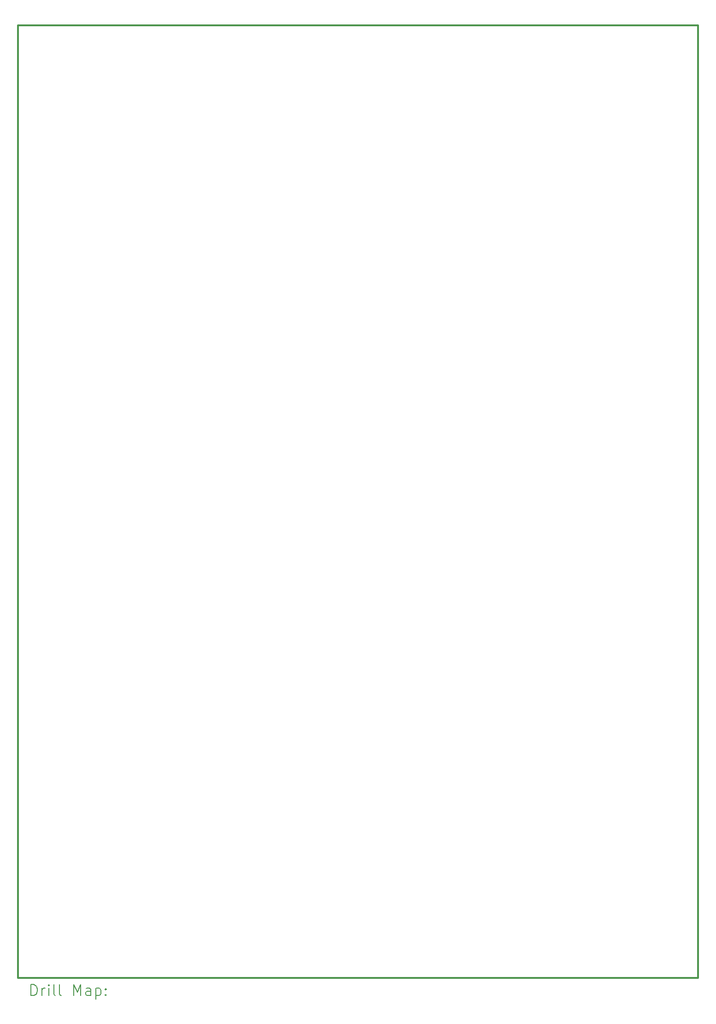
<source format=gbr>
%FSLAX45Y45*%
G04 Gerber Fmt 4.5, Leading zero omitted, Abs format (unit mm)*
G04 Created by KiCad (PCBNEW (6.0.2)) date 2022-03-24 16:39:38*
%MOMM*%
%LPD*%
G01*
G04 APERTURE LIST*
%TA.AperFunction,Profile*%
%ADD10C,0.300000*%
%TD*%
%ADD11C,0.200000*%
G04 APERTURE END LIST*
D10*
X3800000Y-4900000D02*
X16300000Y-4900000D01*
X16300000Y-4900000D02*
X16300000Y-22400000D01*
X16300000Y-22400000D02*
X3800000Y-22400000D01*
X3800000Y-22400000D02*
X3800000Y-4900000D01*
D11*
X4042619Y-22725476D02*
X4042619Y-22525476D01*
X4090238Y-22525476D01*
X4118809Y-22535000D01*
X4137857Y-22554048D01*
X4147381Y-22573095D01*
X4156905Y-22611190D01*
X4156905Y-22639762D01*
X4147381Y-22677857D01*
X4137857Y-22696905D01*
X4118809Y-22715952D01*
X4090238Y-22725476D01*
X4042619Y-22725476D01*
X4242619Y-22725476D02*
X4242619Y-22592143D01*
X4242619Y-22630238D02*
X4252143Y-22611190D01*
X4261667Y-22601667D01*
X4280714Y-22592143D01*
X4299762Y-22592143D01*
X4366429Y-22725476D02*
X4366429Y-22592143D01*
X4366429Y-22525476D02*
X4356905Y-22535000D01*
X4366429Y-22544524D01*
X4375952Y-22535000D01*
X4366429Y-22525476D01*
X4366429Y-22544524D01*
X4490238Y-22725476D02*
X4471190Y-22715952D01*
X4461667Y-22696905D01*
X4461667Y-22525476D01*
X4595000Y-22725476D02*
X4575952Y-22715952D01*
X4566429Y-22696905D01*
X4566429Y-22525476D01*
X4823571Y-22725476D02*
X4823571Y-22525476D01*
X4890238Y-22668333D01*
X4956905Y-22525476D01*
X4956905Y-22725476D01*
X5137857Y-22725476D02*
X5137857Y-22620714D01*
X5128333Y-22601667D01*
X5109286Y-22592143D01*
X5071190Y-22592143D01*
X5052143Y-22601667D01*
X5137857Y-22715952D02*
X5118810Y-22725476D01*
X5071190Y-22725476D01*
X5052143Y-22715952D01*
X5042619Y-22696905D01*
X5042619Y-22677857D01*
X5052143Y-22658809D01*
X5071190Y-22649286D01*
X5118810Y-22649286D01*
X5137857Y-22639762D01*
X5233095Y-22592143D02*
X5233095Y-22792143D01*
X5233095Y-22601667D02*
X5252143Y-22592143D01*
X5290238Y-22592143D01*
X5309286Y-22601667D01*
X5318810Y-22611190D01*
X5328333Y-22630238D01*
X5328333Y-22687381D01*
X5318810Y-22706428D01*
X5309286Y-22715952D01*
X5290238Y-22725476D01*
X5252143Y-22725476D01*
X5233095Y-22715952D01*
X5414048Y-22706428D02*
X5423571Y-22715952D01*
X5414048Y-22725476D01*
X5404524Y-22715952D01*
X5414048Y-22706428D01*
X5414048Y-22725476D01*
X5414048Y-22601667D02*
X5423571Y-22611190D01*
X5414048Y-22620714D01*
X5404524Y-22611190D01*
X5414048Y-22601667D01*
X5414048Y-22620714D01*
M02*

</source>
